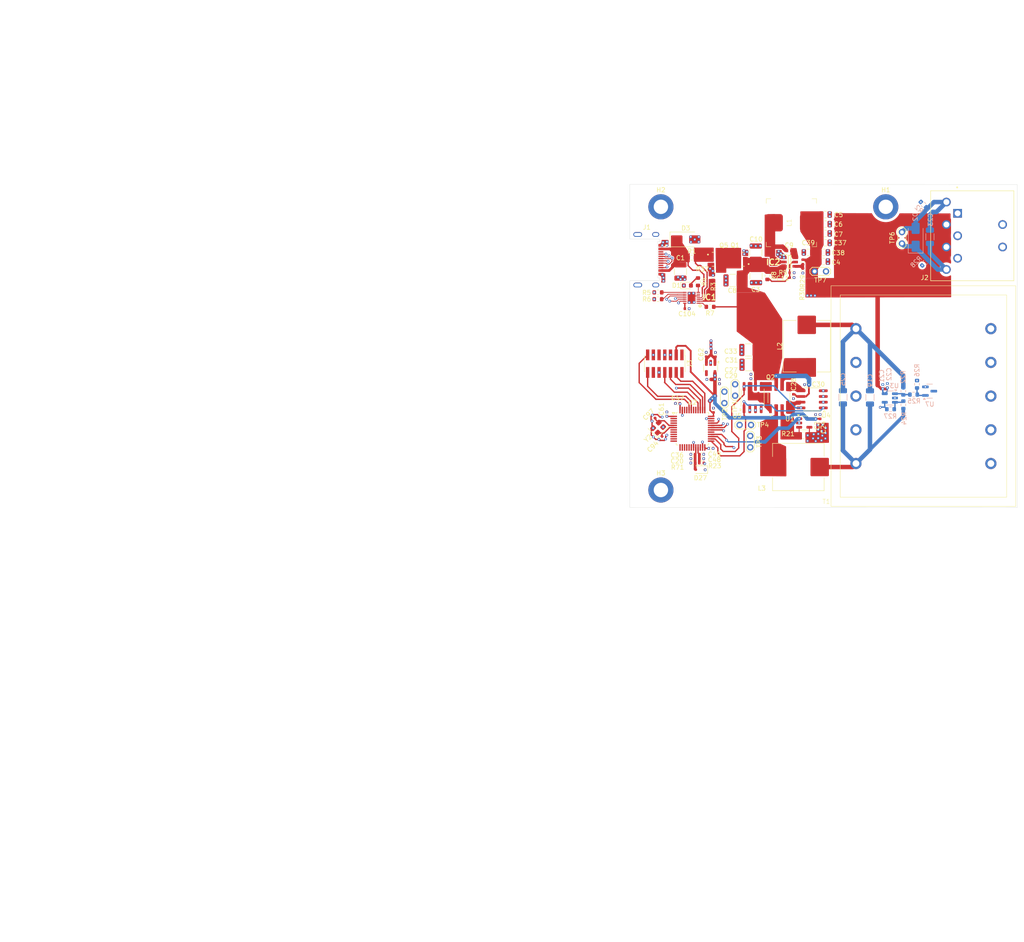
<source format=kicad_pcb>
(kicad_pcb
	(version 20241229)
	(generator "pcbnew")
	(generator_version "9.0")
	(general
		(thickness 1.6)
		(legacy_teardrops no)
	)
	(paper "A4")
	(title_block
		(title "c64psu Project - Interactive Viewer")
	)
	(layers
		(0 "F.Cu" signal)
		(4 "In1.Cu" signal)
		(6 "In2.Cu" signal)
		(2 "B.Cu" signal)
		(9 "F.Adhes" user "F.Adhesive")
		(11 "B.Adhes" user "B.Adhesive")
		(13 "F.Paste" user)
		(15 "B.Paste" user)
		(5 "F.SilkS" user "F.Silkscreen")
		(7 "B.SilkS" user "B.Silkscreen")
		(1 "F.Mask" user)
		(3 "B.Mask" user)
		(17 "Dwgs.User" user "User.Drawings")
		(19 "Cmts.User" user "User.Comments")
		(21 "Eco1.User" user "User.Eco1")
		(23 "Eco2.User" user "User.Eco2")
		(25 "Edge.Cuts" user)
		(27 "Margin" user)
		(31 "F.CrtYd" user "F.Courtyard")
		(29 "B.CrtYd" user "B.Courtyard")
		(35 "F.Fab" user)
		(33 "B.Fab" user)
		(39 "User.1" user)
		(41 "User.2" user)
		(43 "User.3" user)
		(45 "User.4" user)
	)
	(setup
		(stackup
			(layer "F.SilkS"
				(type "Top Silk Screen")
			)
			(layer "F.Paste"
				(type "Top Solder Paste")
			)
			(layer "F.Mask"
				(type "Top Solder Mask")
				(thickness 0.01)
			)
			(layer "F.Cu"
				(type "copper")
				(thickness 0.035)
			)
			(layer "dielectric 1"
				(type "prepreg")
				(thickness 0.1)
				(material "FR4")
				(epsilon_r 4.5)
				(loss_tangent 0.02)
			)
			(layer "In1.Cu"
				(type "copper")
				(thickness 0.035)
			)
			(layer "dielectric 2"
				(type "core")
				(thickness 1.24)
				(material "FR4")
				(epsilon_r 4.5)
				(loss_tangent 0.02)
			)
			(layer "In2.Cu"
				(type "copper")
				(thickness 0.035)
			)
			(layer "dielectric 3"
				(type "prepreg")
				(thickness 0.1)
				(material "FR4")
				(epsilon_r 4.5)
				(loss_tangent 0.02)
			)
			(layer "B.Cu"
				(type "copper")
				(thickness 0.035)
			)
			(layer "B.Mask"
				(type "Bottom Solder Mask")
				(thickness 0.01)
			)
			(layer "B.Paste"
				(type "Bottom Solder Paste")
			)
			(layer "B.SilkS"
				(type "Bottom Silk Screen")
			)
			(copper_finish "None")
			(dielectric_constraints no)
		)
		(pad_to_mask_clearance 0)
		(allow_soldermask_bridges_in_footprints no)
		(tenting front back)
		(pcbplotparams
			(layerselection 0x00000000_00000000_55555555_5755f5ff)
			(plot_on_all_layers_selection 0x00000000_00000000_00000000_00000000)
			(disableapertmacros no)
			(usegerberextensions no)
			(usegerberattributes yes)
			(usegerberadvancedattributes yes)
			(creategerberjobfile yes)
			(dashed_line_dash_ratio 12.000000)
			(dashed_line_gap_ratio 3.000000)
			(svgprecision 4)
			(plotframeref no)
			(mode 1)
			(useauxorigin no)
			(hpglpennumber 1)
			(hpglpenspeed 20)
			(hpglpendiameter 15.000000)
			(pdf_front_fp_property_popups yes)
			(pdf_back_fp_property_popups yes)
			(pdf_metadata yes)
			(pdf_single_document no)
			(dxfpolygonmode yes)
			(dxfimperialunits yes)
			(dxfusepcbnewfont yes)
			(psnegative no)
			(psa4output no)
			(plot_black_and_white yes)
			(sketchpadsonfab no)
			(plotpadnumbers no)
			(hidednponfab no)
			(sketchdnponfab yes)
			(crossoutdnponfab yes)
			(subtractmaskfromsilk no)
			(outputformat 1)
			(mirror no)
			(drillshape 1)
			(scaleselection 1)
			(outputdirectory "")
		)
	)
	(net 0 "")
	(net 1 "GND")
	(net 2 "V_USB")
	(net 3 "15V")
	(net 4 "5V")
	(net 5 "9VAC2")
	(net 6 "9VAC1")
	(net 7 "V_REF = 2.048 | 2.5 | 2.9")
	(net 8 "9VAC_OUT2")
	(net 9 "9VAC_OUT1")
	(net 10 "3.3V")
	(net 11 "VDDA")
	(net 12 "Net-(IC1-V5V)")
	(net 13 "Net-(D1-A)")
	(net 14 "Net-(IC1-VOUT)")
	(net 15 "Net-(IC1-VSEL)")
	(net 16 "unconnected-(IC1-FLIP-Pad6)")
	(net 17 "DN")
	(net 18 "Net-(IC1-PWR_EN)")
	(net 19 "Net-(IC1-LED)")
	(net 20 "Net-(IC1-VCC)")
	(net 21 "Net-(IC1-ISEL)")
	(net 22 "DP")
	(net 23 "CC1")
	(net 24 "CC2")
	(net 25 "unconnected-(J1-SBU1-PadA8)")
	(net 26 "unconnected-(J1-SBU2-PadB8)")
	(net 27 "NRST")
	(net 28 "JTDI")
	(net 29 "VCP_TX")
	(net 30 "unconnected-(J3-NC-Pad2)")
	(net 31 "JTMS")
	(net 32 "unconnected-(J3-NC-Pad1)")
	(net 33 "unconnected-(J3-JRCLK{slash}NC-Pad9)")
	(net 34 "VCP_RX")
	(net 35 "JTDO")
	(net 36 "Net-(Q1-Pad4)")
	(net 37 "Net-(Q1-Pad5_8)")
	(net 38 "G3")
	(net 39 "G4")
	(net 40 "G1")
	(net 41 "G2")
	(net 42 "Net-(U3-+)")
	(net 43 "Net-(U3--)")
	(net 44 "1.225V")
	(net 45 "OSC_OUT")
	(net 46 "PWM_G1")
	(net 47 "PWM_G2")
	(net 48 "PWM_G4")
	(net 49 "PWM_G3")
	(net 50 "unconnected-(U2-PA1-Pad9)")
	(net 51 "unconnected-(U2-PB9-Pad46)")
	(net 52 "unconnected-(U2-PC15-Pad4)")
	(net 53 "OSC_IN")
	(net 54 "unconnected-(U2-PA3-Pad11)")
	(net 55 "unconnected-(U2-PB4-Pad41)")
	(net 56 "unconnected-(U2-PB15-Pad29)")
	(net 57 "unconnected-(U2-PB0-Pad16)")
	(net 58 "unconnected-(U2-PB2-Pad18)")
	(net 59 "unconnected-(U2-PB5-Pad42)")
	(net 60 "9VAC_COMP_ADC")
	(net 61 "unconnected-(U2-PA2-Pad10)")
	(net 62 "unconnected-(U2-PA7-Pad15)")
	(net 63 "JTCLK")
	(net 64 "unconnected-(U2-PG10-Pad7)")
	(net 65 "unconnected-(U2-PA0-Pad8)")
	(net 66 "unconnected-(U2-PA6-Pad14)")
	(net 67 "unconnected-(U2-PC13-Pad2)")
	(net 68 "unconnected-(U2-PA12-Pad34)")
	(net 69 "unconnected-(U2-PB8-Pad45)")
	(net 70 "unconnected-(U2-PA5-Pad13)")
	(net 71 "unconnected-(U2-PB1-Pad17)")
	(net 72 "unconnected-(U2-PB10-Pad22)")
	(net 73 "unconnected-(U2-PC14-Pad3)")
	(net 74 "unconnected-(U2-PA4-Pad12)")
	(net 75 "ENABLE_DRVA")
	(net 76 "ENABLE_DRVB")
	(net 77 "CURRENT_COMP_ADC")
	(net 78 "unconnected-(U7-NC-Pad3)")
	(net 79 "unconnected-(U8-NC-Pad4)")
	(net 80 "Net-(L2-Pad1)")
	(net 81 "Net-(L3-Pad1)")
	(net 82 "Net-(IC2-SW)")
	(net 83 "Net-(IC2-VBST)")
	(net 84 "Net-(IC2-EN)")
	(net 85 "Net-(IC2-VFB)")
	(net 86 "Net-(U1-+)")
	(footprint "custom:9VAC_TRANSF" (layer "F.Cu") (at 198.37 84.11))
	(footprint "DI006H03SQ:SOIC127P600X175-8N" (layer "F.Cu") (at 166.26 84.44 90))
	(footprint "Capacitor_SMD:C_0805_2012Metric" (layer "F.Cu") (at 176.1823 54.18075))
	(footprint "TestPoint:TestPoint_2Pads_Pitch2.54mm_Drill0.8mm" (layer "F.Cu") (at 157.5 90.52))
	(footprint "Capacitor_SMD:C_0805_2012Metric" (layer "F.Cu") (at 176.5887 50.01515))
	(footprint "TestPoint:TestPoint_2Pads_Pitch2.54mm_Drill0.8mm" (layer "F.Cu") (at 159.87 92.960001 -90))
	(footprint "LED_SMD:LED_0603_1608Metric" (layer "F.Cu") (at 145.89 59.51))
	(footprint "Capacitor_SMD:C_0402_1005Metric" (layer "F.Cu") (at 150.694499 80.3977 180))
	(footprint "ap33771c:SON40P300X300X80-15N-D" (layer "F.Cu") (at 146.8175 62.23675 180))
	(footprint "MountingHole:MountingHole_3.2mm_M3_DIN965_Pad_TopBottom" (layer "F.Cu") (at 190 42))
	(footprint "Resistor_SMD:R_0603_1608Metric" (layer "F.Cu") (at 139.3523 61.03875 180))
	(footprint "Capacitor_SMD:C_0402_1005Metric" (layer "F.Cu") (at 174.41 88.71 -90))
	(footprint "Capacitor_SMD:C_0805_2012Metric" (layer "F.Cu") (at 176.573499 43.71595))
	(footprint "Resistor_SMD:R_0402_1005Metric" (layer "F.Cu") (at 151.5951 57.738749 -90))
	(footprint "Capacitor_SMD:C_0402_1005Metric" (layer "F.Cu") (at 149.0422 98.027))
	(footprint "Resistor_SMD:R_0402_1005Metric" (layer "F.Cu") (at 171.5595 54.284349 -90))
	(footprint "Capacitor_SMD:C_0402_1005Metric" (layer "F.Cu") (at 138.3742 89.3402 45))
	(footprint "Resistor_SMD:R_0603_1608Metric" (layer "F.Cu") (at 146.8707 53.31715))
	(footprint "Resistor_SMD:R_0402_1005Metric" (layer "F.Cu") (at 171.5595 56.21275 -90))
	(footprint "Diode_SMD:D_SMA" (layer "F.Cu") (at 145.531099 49.25315))
	(footprint "Capacitor_SMD:C_0402_1005Metric" (layer "F.Cu") (at 150.084899 74.8605 90))
	(footprint "DI025N06PT:TRANS_DI025N06PT-AQ" (layer "F.Cu") (at 157.1055 53.68255 180))
	(footprint "TestPoint:TestPoint_2Pads_Pitch2.54mm_Drill0.8mm" (layer "F.Cu") (at 156.51 84.019999 90))
	(footprint "Capacitor_SMD:C_1210_3225Metric" (layer "F.Cu") (at 159.47 73.84 180))
	(footprint "Capacitor_SMD:C_0805_2012Metric" (layer "F.Cu") (at 172.7279 52.14875 180))
	(footprint "Package_SO:SOIC-8_3.9x4.9mm_P1.27mm" (layer "F.Cu") (at 160.395 84.445 90))
	(footprint "Capacitor_SMD:C_0402_1005Metric" (layer "F.Cu") (at 152.116899 74.8833 90))
	(footprint "Capacitor_SMD:C_0402_1005Metric" (layer "F.Cu") (at 147.1398 98.027 180))
	(footprint "Resistor_SMD:R_0402_1005Metric" (layer "F.Cu") (at 149.0422 98.9922 180))
	(footprint "Package_QFP:LQFP-48_7x7mm_P0.5mm" (layer "F.Cu") (at 147.0102 91.3722))
	(footprint "KiCad:SOT95P280X95-6N" (layer "F.Cu") (at 168.6131 54.28235))
	(footprint "Capacitor_SMD:C_0402_1005Metric" (layer "F.Cu") (at 160.5 79.26))
	(footprint "GSB1C4621DS1HR:AMPHENOL_GSB1C4621DS1HR" (layer "F.Cu") (at 134.85 53.775 -90))
	(footprint "Capacitor_SMD:C_1210_3225Metric"
		(layer "F.Cu")
		(uuid "6357c846-c523-45c9-84bd-ba6091756580")
		(at 155.95 58.375)
		(descr "Capacitor SMD 1210 (3225 Metric), square (rectangular) end terminal, IPC-7351 nominal, (Body size source: IPC-SM-782 page 76, https://www.pcb-3d.com/wordpress/wp-content/uploads/ipc-sm-782a_amendment_1_and_2.pdf), generated with kicad-footprint-generator")
		(tags "capacitor")
		(property "Reference" "C8"
			(at -0.082895 2.24725 0)
			(layer "F.SilkS")
			(uuid "aebfadae-81d7-4523-b1c1-7f0927dc745f")
			(effects
				(font
					(size 1 1)
					(thickness 0.15)
				)
			)
		)
		(property "Value" "10uF"
			(at 0 2.300001 0)
			(layer "F.Fab")
			(uuid "7829b928-c8ba-49d2-838f-e934da2868f6")
			(effects
				(font
					(size 1 1)
					(thickness 0.15)
				)
			)
		)
		(property "Datasheet" "https://ds.yuden.co.jp/TYCOMPAS/ut/detail?pn=MSASU32MSB5106KPNA01&u=M"
			(at 0 0 0)
			(layer "F.Fab")
			(hide yes)
			(uuid "10cdc4df-eff8-4671-90e3-ba567bf1b9b5")
			(effects
				(font
					(size 1.27 1.27)
					(thickness 0.15)
				)
			)
		)
		(property "Description" "Unpolarized capacitor"
			(at 0 0 0)
			(layer "F.Fab")
			(hide yes)
			(uuid "eebc8e33-c2
... [601125 chars truncated]
</source>
